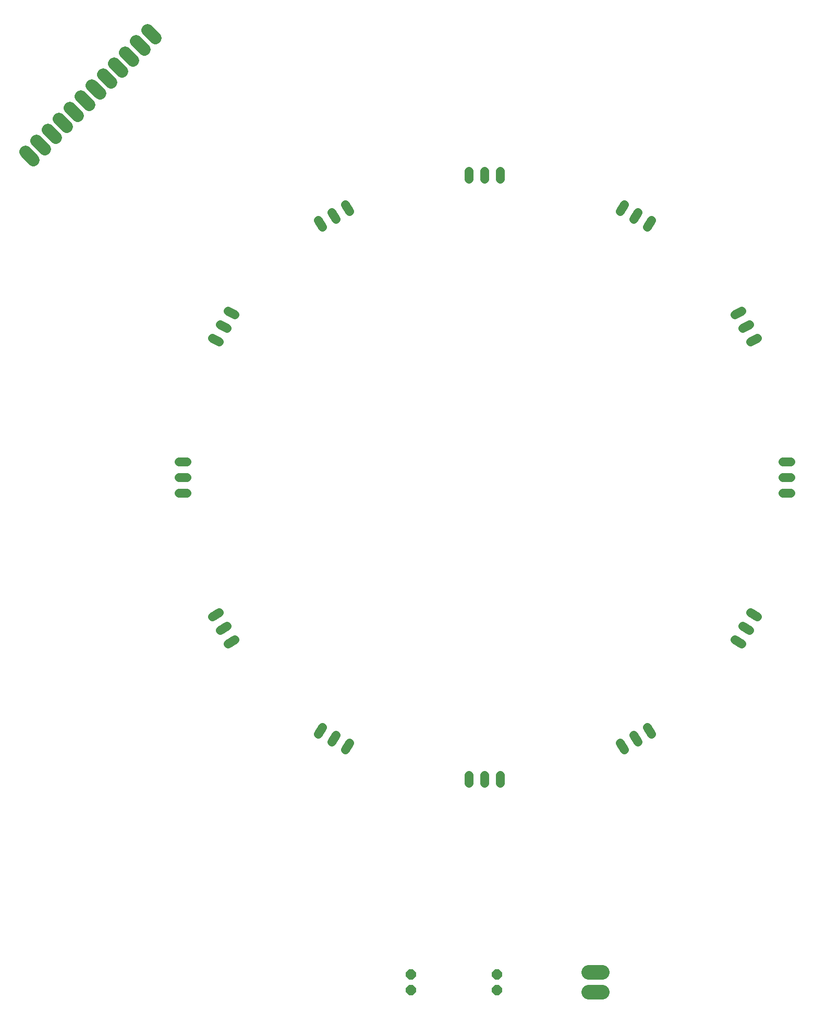
<source format=gts>
G04 EAGLE Gerber RS-274X export*
G75*
%MOMM*%
%FSLAX34Y34*%
%LPD*%
%INSoldermask Top*%
%IPPOS*%
%AMOC8*
5,1,8,0,0,1.08239X$1,22.5*%
G01*
%ADD10P,1.803519X8X292.500000*%
%ADD11C,2.032000*%
%ADD12C,1.473200*%
%ADD13C,2.387600*%


D10*
X20000Y-807300D03*
X20000Y-832700D03*
X-120000Y-807300D03*
X-120000Y-832700D03*
D11*
X-534751Y712317D02*
X-547683Y725249D01*
X-565643Y707288D02*
X-552712Y694357D01*
X-570672Y676396D02*
X-583604Y689328D01*
X-601565Y671367D02*
X-588633Y658435D01*
X-606593Y640475D02*
X-619525Y653407D01*
X-637486Y635446D02*
X-624554Y622514D01*
X-642514Y604554D02*
X-655446Y617486D01*
X-673407Y599525D02*
X-660475Y586593D01*
X-678435Y568633D02*
X-691367Y581565D01*
X-709328Y563604D02*
X-696396Y550672D01*
X-714357Y532712D02*
X-727288Y545643D01*
X-745249Y527683D02*
X-732317Y514751D01*
D12*
X406153Y263822D02*
X417151Y270172D01*
X429851Y248175D02*
X418853Y241825D01*
X431553Y219828D02*
X442551Y226178D01*
X219828Y431553D02*
X226178Y442551D01*
X248175Y429851D02*
X241825Y418853D01*
X263822Y406153D02*
X270172Y417151D01*
X-25400Y483650D02*
X-25400Y496350D01*
X0Y496350D02*
X0Y483650D01*
X25400Y483650D02*
X25400Y496350D01*
X-263822Y406153D02*
X-270172Y417151D01*
X-248175Y429851D02*
X-241825Y418853D01*
X-219828Y431553D02*
X-226178Y442551D01*
X-431553Y219828D02*
X-442551Y226178D01*
X-429851Y248175D02*
X-418853Y241825D01*
X-406153Y263822D02*
X-417151Y270172D01*
X-483650Y-25400D02*
X-496350Y-25400D01*
X-496350Y0D02*
X-483650Y0D01*
X-483650Y25400D02*
X-496350Y25400D01*
X-406153Y-263822D02*
X-417151Y-270172D01*
X-429851Y-248175D02*
X-418853Y-241825D01*
X-431553Y-219828D02*
X-442551Y-226178D01*
X-219828Y-431553D02*
X-226178Y-442551D01*
X-248175Y-429851D02*
X-241825Y-418853D01*
X-263822Y-406153D02*
X-270172Y-417151D01*
X25400Y-483650D02*
X25400Y-496350D01*
X0Y-496350D02*
X0Y-483650D01*
X-25400Y-483650D02*
X-25400Y-496350D01*
X263822Y-406153D02*
X270172Y-417151D01*
X248175Y-429851D02*
X241825Y-418853D01*
X219828Y-431553D02*
X226178Y-442551D01*
X431553Y-219828D02*
X442551Y-226178D01*
X429851Y-248175D02*
X418853Y-241825D01*
X406153Y-263822D02*
X417151Y-270172D01*
D13*
X190922Y-836000D02*
X169078Y-836000D01*
X169078Y-804000D02*
X190922Y-804000D01*
D12*
X483650Y25400D02*
X496350Y25400D01*
X496350Y0D02*
X483650Y0D01*
X483650Y-25400D02*
X496350Y-25400D01*
M02*

</source>
